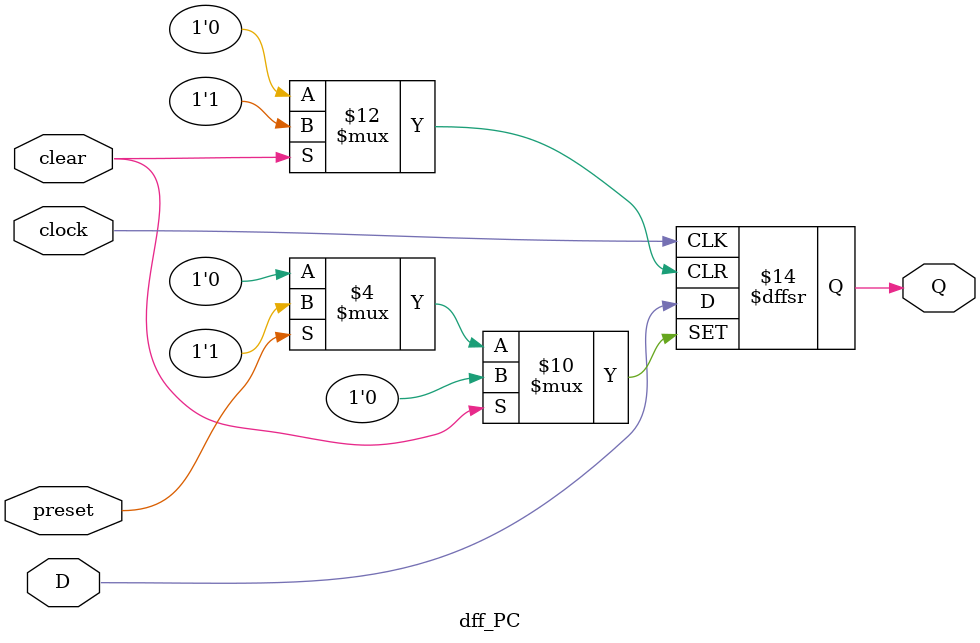
<source format=v>
`timescale 1ns / 1ps


module dff_PC(D, clock, preset, clear, Q);
input D, clock, preset, clear;
output Q;

reg Q;
always@(posedge clock or posedge preset or posedge clear)
begin
    if(preset)
        Q <= 1;
    else if(clear)
        Q <= 0;
    else
        Q <= D;
end
endmodule

</source>
